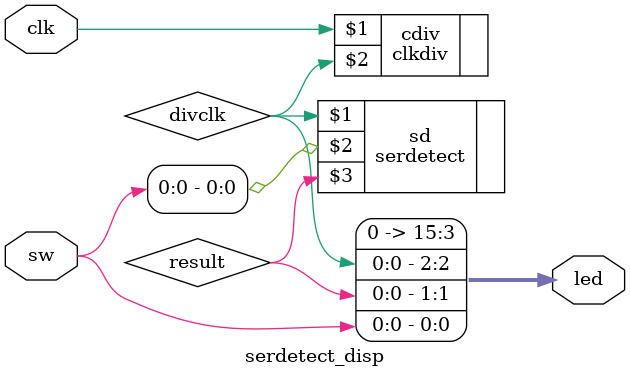
<source format=v>
`timescale 1ns / 1ps


module serdetect_disp(
    clk,sw,led
    );
    input clk;
    input [7:0] sw;
    output reg [15:0] led;
    initial led = 0;
    wire result;
    wire divclk;
    clkdiv cdiv(clk,divclk);
    always begin
        led[2] = divclk;
        led[1] = result;
        led[0] = sw[0];
    end
    serdetect sd(divclk,sw[0],result);
endmodule

</source>
